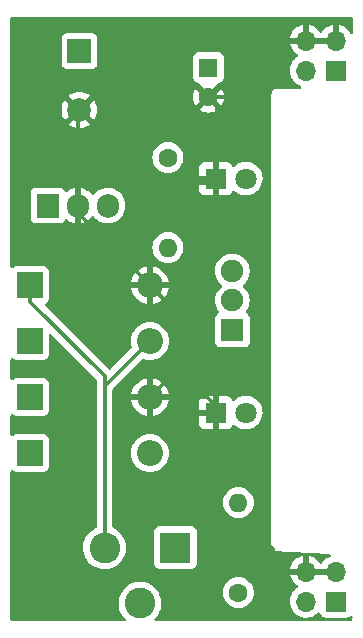
<source format=gbl>
%TF.GenerationSoftware,KiCad,Pcbnew,(6.0.7-1)-1*%
%TF.CreationDate,2022-10-15T22:10:26+02:00*%
%TF.ProjectId,BreadboardPowerSupply_v2,42726561-6462-46f6-9172-64506f776572,2*%
%TF.SameCoordinates,Original*%
%TF.FileFunction,Copper,L2,Bot*%
%TF.FilePolarity,Positive*%
%FSLAX46Y46*%
G04 Gerber Fmt 4.6, Leading zero omitted, Abs format (unit mm)*
G04 Created by KiCad (PCBNEW (6.0.7-1)-1) date 2022-10-15 22:10:26*
%MOMM*%
%LPD*%
G01*
G04 APERTURE LIST*
%TA.AperFunction,ComponentPad*%
%ADD10R,2.600000X2.600000*%
%TD*%
%TA.AperFunction,ComponentPad*%
%ADD11C,2.600000*%
%TD*%
%TA.AperFunction,ComponentPad*%
%ADD12R,1.700000X1.700000*%
%TD*%
%TA.AperFunction,ComponentPad*%
%ADD13O,1.700000X1.700000*%
%TD*%
%TA.AperFunction,ComponentPad*%
%ADD14R,1.900000X1.900000*%
%TD*%
%TA.AperFunction,ComponentPad*%
%ADD15C,1.900000*%
%TD*%
%TA.AperFunction,ComponentPad*%
%ADD16R,2.200000X2.200000*%
%TD*%
%TA.AperFunction,ComponentPad*%
%ADD17O,2.200000X2.200000*%
%TD*%
%TA.AperFunction,ComponentPad*%
%ADD18R,1.905000X2.000000*%
%TD*%
%TA.AperFunction,ComponentPad*%
%ADD19O,1.905000X2.000000*%
%TD*%
%TA.AperFunction,ComponentPad*%
%ADD20C,1.600000*%
%TD*%
%TA.AperFunction,ComponentPad*%
%ADD21O,1.600000X1.600000*%
%TD*%
%TA.AperFunction,ComponentPad*%
%ADD22R,1.600000X1.600000*%
%TD*%
%TA.AperFunction,ComponentPad*%
%ADD23R,2.000000X2.000000*%
%TD*%
%TA.AperFunction,ComponentPad*%
%ADD24C,2.000000*%
%TD*%
%TA.AperFunction,ComponentPad*%
%ADD25R,1.800000X1.800000*%
%TD*%
%TA.AperFunction,ComponentPad*%
%ADD26C,1.800000*%
%TD*%
%TA.AperFunction,Conductor*%
%ADD27C,0.300000*%
%TD*%
G04 APERTURE END LIST*
D10*
%TO.P,J1,1*%
%TO.N,/V1*%
X51435000Y-152654000D03*
D11*
%TO.P,J1,2*%
%TO.N,/V2*%
X45435000Y-152654000D03*
%TO.P,J1,3*%
%TO.N,unconnected-(J1-Pad3)*%
X48435000Y-157354000D03*
%TD*%
D12*
%TO.P,J2,1,Pin_1*%
%TO.N,/Vout2*%
X65024000Y-157226000D03*
D13*
%TO.P,J2,2,Pin_2*%
X62484000Y-157226000D03*
%TO.P,J2,3,Pin_3*%
%TO.N,/V-*%
X65024000Y-154686000D03*
%TO.P,J2,4,Pin_4*%
X62484000Y-154686000D03*
%TD*%
D14*
%TO.P,SW1,1,A*%
%TO.N,/Vout2*%
X56261000Y-134239000D03*
D15*
%TO.P,SW1,2,B*%
%TO.N,/Vout1*%
X56261000Y-131739000D03*
%TO.P,SW1,3,C*%
%TO.N,unconnected-(SW1-Pad3)*%
X56261000Y-129239000D03*
%TD*%
D12*
%TO.P,J3,1,Pin_1*%
%TO.N,/Vout2*%
X65024000Y-112268000D03*
D13*
%TO.P,J3,2,Pin_2*%
X62484000Y-112268000D03*
%TO.P,J3,3,Pin_3*%
%TO.N,/V-*%
X65024000Y-109728000D03*
%TO.P,J3,4,Pin_4*%
X62484000Y-109728000D03*
%TD*%
D16*
%TO.P,D2,1,K*%
%TO.N,/V1*%
X39116000Y-139911666D03*
D17*
%TO.P,D2,2,A*%
%TO.N,/V-*%
X49276000Y-139911666D03*
%TD*%
D18*
%TO.P,U1,1,VI*%
%TO.N,/Vin*%
X40640000Y-123698000D03*
D19*
%TO.P,U1,2,GND*%
%TO.N,/V-*%
X43180000Y-123698000D03*
%TO.P,U1,3,VO*%
%TO.N,/Vout1*%
X45720000Y-123698000D03*
%TD*%
D20*
%TO.P,R2,1*%
%TO.N,/Vout2*%
X50800000Y-119634000D03*
D21*
%TO.P,R2,2*%
%TO.N,Net-(DS6-Pad2)*%
X50800000Y-127254000D03*
%TD*%
D22*
%TO.P,C2,1*%
%TO.N,/Vout1*%
X54229000Y-112014000D03*
D20*
%TO.P,C2,2*%
%TO.N,/V-*%
X54229000Y-114514000D03*
%TD*%
D16*
%TO.P,D3,1,K*%
%TO.N,/Vin*%
X39116000Y-135170333D03*
D17*
%TO.P,D3,2,A*%
%TO.N,/V2*%
X49276000Y-135170333D03*
%TD*%
D16*
%TO.P,D4,1,K*%
%TO.N,/V2*%
X39116000Y-130429000D03*
D17*
%TO.P,D4,2,A*%
%TO.N,/V-*%
X49276000Y-130429000D03*
%TD*%
D16*
%TO.P,D1,1,K*%
%TO.N,/Vin*%
X39116000Y-144653000D03*
D17*
%TO.P,D1,2,A*%
%TO.N,/V1*%
X49276000Y-144653000D03*
%TD*%
D20*
%TO.P,R1,1*%
%TO.N,/Vout1*%
X56769000Y-156464000D03*
D21*
%TO.P,R1,2*%
%TO.N,Net-(DS5-Pad2)*%
X56769000Y-148844000D03*
%TD*%
D23*
%TO.P,C1,1*%
%TO.N,/Vin*%
X43307000Y-110617000D03*
D24*
%TO.P,C1,2*%
%TO.N,/V-*%
X43307000Y-115617000D03*
%TD*%
D25*
%TO.P,DS5,1,K*%
%TO.N,/V-*%
X54864000Y-141224000D03*
D26*
%TO.P,DS5,2,A*%
%TO.N,Net-(DS5-Pad2)*%
X57404000Y-141224000D03*
%TD*%
D25*
%TO.P,DS6,1,K*%
%TO.N,/V-*%
X54864000Y-121412000D03*
D26*
%TO.P,DS6,2,A*%
%TO.N,Net-(DS6-Pad2)*%
X57404000Y-121412000D03*
%TD*%
D27*
%TO.N,/V-*%
X59055000Y-147250000D02*
X59055000Y-152126476D01*
X49276000Y-128873366D02*
X49022000Y-128619366D01*
X50826001Y-137260999D02*
X52451000Y-135636000D01*
X54991000Y-115276000D02*
X54229000Y-114514000D01*
X43180000Y-115744000D02*
X43307000Y-115617000D01*
X54991000Y-121793000D02*
X54991000Y-115276000D01*
X49276000Y-130429000D02*
X43180000Y-124333000D01*
X49022000Y-128619366D02*
X49022000Y-125349000D01*
X49022000Y-125349000D02*
X52578000Y-121793000D01*
X49276000Y-139911666D02*
X54116666Y-139911666D01*
X54991000Y-143186000D02*
X59055000Y-147250000D01*
X54116666Y-139911666D02*
X54991000Y-140786000D01*
X49276000Y-139911666D02*
X50826001Y-138361665D01*
X62484000Y-154686000D02*
X65024000Y-154686000D01*
X60579000Y-154686000D02*
X62484000Y-154686000D01*
X54991000Y-140786000D02*
X54991000Y-141986000D01*
X59055000Y-152126476D02*
X59690000Y-152761476D01*
X49276000Y-130429000D02*
X49276000Y-128873366D01*
X59690000Y-153797000D02*
X60579000Y-154686000D01*
X54229000Y-114514000D02*
X55920000Y-114514000D01*
X62484000Y-109728000D02*
X65024000Y-109728000D01*
X55920000Y-114514000D02*
X60706000Y-109728000D01*
X43180000Y-124333000D02*
X43180000Y-123698000D01*
X52578000Y-121793000D02*
X54991000Y-121793000D01*
X43180000Y-123698000D02*
X43180000Y-115744000D01*
X52451000Y-133604000D02*
X49276000Y-130429000D01*
X60706000Y-109728000D02*
X62484000Y-109728000D01*
X50826001Y-138361665D02*
X50826001Y-137260999D01*
X52451000Y-135636000D02*
X52451000Y-133604000D01*
X59690000Y-152761476D02*
X59690000Y-153797000D01*
X54991000Y-141986000D02*
X54991000Y-143186000D01*
%TO.N,/V2*%
X39116000Y-130429000D02*
X39116000Y-131829000D01*
X45435000Y-139011333D02*
X49276000Y-135170333D01*
X45435000Y-138148000D02*
X45435000Y-139011333D01*
X45435000Y-152654000D02*
X45435000Y-139011333D01*
X39116000Y-131829000D02*
X45435000Y-138148000D01*
%TD*%
%TA.AperFunction,Conductor*%
%TO.N,/V-*%
G36*
X66377662Y-107716502D02*
G01*
X66424155Y-107770158D01*
X66435448Y-107817657D01*
X66483558Y-109068525D01*
X66466189Y-109137365D01*
X66414360Y-109185885D01*
X66344526Y-109198683D01*
X66278859Y-109171693D01*
X66242101Y-109123609D01*
X66226974Y-109088818D01*
X66222105Y-109079739D01*
X66106426Y-108900926D01*
X66100136Y-108892757D01*
X65956806Y-108735240D01*
X65949273Y-108728215D01*
X65782139Y-108596222D01*
X65773552Y-108590517D01*
X65587117Y-108487599D01*
X65577705Y-108483369D01*
X65376959Y-108412280D01*
X65366988Y-108409646D01*
X65295837Y-108396972D01*
X65282540Y-108398432D01*
X65278000Y-108412989D01*
X65278000Y-109856000D01*
X65257998Y-109924121D01*
X65204342Y-109970614D01*
X65152000Y-109982000D01*
X61167225Y-109982000D01*
X61153694Y-109985973D01*
X61152257Y-109995966D01*
X61182565Y-110130446D01*
X61185645Y-110140275D01*
X61265770Y-110337603D01*
X61270413Y-110346794D01*
X61381694Y-110528388D01*
X61387777Y-110536699D01*
X61527213Y-110697667D01*
X61534580Y-110704883D01*
X61698434Y-110840916D01*
X61706881Y-110846831D01*
X61775969Y-110887203D01*
X61824693Y-110938842D01*
X61837764Y-111008625D01*
X61811033Y-111074396D01*
X61770584Y-111107752D01*
X61757607Y-111114507D01*
X61753474Y-111117610D01*
X61753471Y-111117612D01*
X61583100Y-111245530D01*
X61578965Y-111248635D01*
X61539525Y-111289907D01*
X61485280Y-111346671D01*
X61424629Y-111410138D01*
X61298743Y-111594680D01*
X61204688Y-111797305D01*
X61144989Y-112012570D01*
X61121251Y-112234695D01*
X61134110Y-112457715D01*
X61135247Y-112462761D01*
X61135248Y-112462767D01*
X61159304Y-112569508D01*
X61183222Y-112675639D01*
X61244673Y-112826976D01*
X61260329Y-112865531D01*
X61267266Y-112882616D01*
X61269965Y-112887020D01*
X61376399Y-113060705D01*
X61383987Y-113073088D01*
X61530250Y-113241938D01*
X61702126Y-113384632D01*
X61895000Y-113497338D01*
X61899825Y-113499180D01*
X61899826Y-113499181D01*
X62027120Y-113547790D01*
X62083623Y-113590778D01*
X62107916Y-113657489D01*
X62092286Y-113726744D01*
X62041695Y-113776554D01*
X61982171Y-113791500D01*
X60079623Y-113791500D01*
X60078853Y-113791498D01*
X60078037Y-113791493D01*
X60001279Y-113791024D01*
X59978918Y-113797415D01*
X59972847Y-113799150D01*
X59956085Y-113802728D01*
X59926813Y-113806920D01*
X59918645Y-113810634D01*
X59918644Y-113810634D01*
X59903438Y-113817548D01*
X59885914Y-113823996D01*
X59861229Y-113831051D01*
X59853635Y-113835843D01*
X59853632Y-113835844D01*
X59836220Y-113846830D01*
X59821137Y-113854969D01*
X59794218Y-113867208D01*
X59787416Y-113873069D01*
X59774765Y-113883970D01*
X59759761Y-113895073D01*
X59738042Y-113908776D01*
X59732103Y-113915501D01*
X59732099Y-113915504D01*
X59718468Y-113930938D01*
X59706276Y-113942982D01*
X59690673Y-113956427D01*
X59690671Y-113956430D01*
X59683873Y-113962287D01*
X59678993Y-113969816D01*
X59678992Y-113969817D01*
X59669906Y-113983835D01*
X59658615Y-113998709D01*
X59647569Y-114011217D01*
X59641622Y-114017951D01*
X59629058Y-114044711D01*
X59620737Y-114059691D01*
X59609529Y-114076983D01*
X59609527Y-114076988D01*
X59604648Y-114084515D01*
X59602078Y-114093108D01*
X59602076Y-114093113D01*
X59597289Y-114109120D01*
X59590628Y-114126564D01*
X59579719Y-114149800D01*
X59578338Y-114158667D01*
X59578338Y-114158668D01*
X59575170Y-114179015D01*
X59571387Y-114195732D01*
X59565485Y-114215466D01*
X59565484Y-114215472D01*
X59562914Y-114224066D01*
X59562859Y-114233037D01*
X59562859Y-114233038D01*
X59562704Y-114258497D01*
X59562671Y-114259289D01*
X59562500Y-114260386D01*
X59562500Y-114291377D01*
X59562498Y-114292147D01*
X59562024Y-114369721D01*
X59562408Y-114371065D01*
X59562500Y-114372410D01*
X59562500Y-152391377D01*
X59562498Y-152392147D01*
X59562024Y-152469721D01*
X59564490Y-152478350D01*
X59564518Y-152478553D01*
X59565681Y-152496474D01*
X59563000Y-152908000D01*
X59574999Y-152908654D01*
X59575001Y-152908655D01*
X64487086Y-153176587D01*
X64554016Y-153200270D01*
X64597517Y-153256378D01*
X64603779Y-153327098D01*
X64570812Y-153389976D01*
X64519367Y-153422165D01*
X64500871Y-153428210D01*
X64491359Y-153432209D01*
X64302463Y-153530542D01*
X64293738Y-153536036D01*
X64123433Y-153663905D01*
X64115726Y-153670748D01*
X63968590Y-153824717D01*
X63962104Y-153832727D01*
X63857193Y-153986521D01*
X63802282Y-154031524D01*
X63731757Y-154039695D01*
X63668010Y-154008441D01*
X63647313Y-153983957D01*
X63566427Y-153858926D01*
X63560136Y-153850757D01*
X63416806Y-153693240D01*
X63409273Y-153686215D01*
X63242139Y-153554222D01*
X63233552Y-153548517D01*
X63047117Y-153445599D01*
X63037705Y-153441369D01*
X62836959Y-153370280D01*
X62826988Y-153367646D01*
X62755837Y-153354972D01*
X62742540Y-153356432D01*
X62738000Y-153370989D01*
X62738000Y-154413885D01*
X62742475Y-154429124D01*
X62743865Y-154430329D01*
X62751548Y-154432000D01*
X65152000Y-154432000D01*
X65220121Y-154452002D01*
X65266614Y-154505658D01*
X65278000Y-154558000D01*
X65278000Y-154814000D01*
X65257998Y-154882121D01*
X65204342Y-154928614D01*
X65152000Y-154940000D01*
X61167225Y-154940000D01*
X61153694Y-154943973D01*
X61152257Y-154953966D01*
X61182565Y-155088446D01*
X61185645Y-155098275D01*
X61265770Y-155295603D01*
X61270413Y-155304794D01*
X61381694Y-155486388D01*
X61387777Y-155494699D01*
X61527213Y-155655667D01*
X61534580Y-155662883D01*
X61698434Y-155798916D01*
X61706881Y-155804831D01*
X61775969Y-155845203D01*
X61824693Y-155896842D01*
X61837764Y-155966625D01*
X61811033Y-156032396D01*
X61770584Y-156065752D01*
X61757607Y-156072507D01*
X61753474Y-156075610D01*
X61753471Y-156075612D01*
X61583100Y-156203530D01*
X61578965Y-156206635D01*
X61539525Y-156247907D01*
X61485280Y-156304671D01*
X61424629Y-156368138D01*
X61298743Y-156552680D01*
X61251715Y-156653993D01*
X61231566Y-156697402D01*
X61204688Y-156755305D01*
X61144989Y-156970570D01*
X61121251Y-157192695D01*
X61121548Y-157197848D01*
X61121548Y-157197851D01*
X61128084Y-157311197D01*
X61134110Y-157415715D01*
X61135247Y-157420761D01*
X61135248Y-157420767D01*
X61141592Y-157448915D01*
X61183222Y-157633639D01*
X61216490Y-157715568D01*
X61264612Y-157834079D01*
X61267266Y-157840616D01*
X61383987Y-158031088D01*
X61530250Y-158199938D01*
X61702126Y-158342632D01*
X61895000Y-158455338D01*
X62103692Y-158535030D01*
X62108760Y-158536061D01*
X62108763Y-158536062D01*
X62216017Y-158557883D01*
X62322597Y-158579567D01*
X62327772Y-158579757D01*
X62327774Y-158579757D01*
X62540673Y-158587564D01*
X62540677Y-158587564D01*
X62545837Y-158587753D01*
X62550957Y-158587097D01*
X62550959Y-158587097D01*
X62762288Y-158560025D01*
X62762289Y-158560025D01*
X62767416Y-158559368D01*
X62772366Y-158557883D01*
X62976429Y-158496661D01*
X62976434Y-158496659D01*
X62981384Y-158495174D01*
X63181994Y-158396896D01*
X63363860Y-158267173D01*
X63472091Y-158159319D01*
X63534462Y-158125404D01*
X63605268Y-158130592D01*
X63662030Y-158173238D01*
X63679012Y-158204341D01*
X63684643Y-158219361D01*
X63723385Y-158322705D01*
X63810739Y-158439261D01*
X63927295Y-158526615D01*
X64063684Y-158577745D01*
X64125866Y-158584500D01*
X65922134Y-158584500D01*
X65984316Y-158577745D01*
X66120705Y-158526615D01*
X66201166Y-158466312D01*
X66229585Y-158445014D01*
X66296091Y-158420166D01*
X66365474Y-158435219D01*
X66415704Y-158485393D01*
X66431119Y-158548639D01*
X66426571Y-158753299D01*
X66405060Y-158820959D01*
X66350385Y-158866248D01*
X66300602Y-158876500D01*
X49779525Y-158876500D01*
X49711404Y-158856498D01*
X49664911Y-158802842D01*
X49654807Y-158732568D01*
X49684301Y-158667988D01*
X49698113Y-158654333D01*
X49698277Y-158654194D01*
X49706149Y-158647530D01*
X49883382Y-158445434D01*
X49949507Y-158342632D01*
X50026269Y-158223291D01*
X50028797Y-158219361D01*
X50139199Y-157974278D01*
X50176896Y-157840616D01*
X50210893Y-157720072D01*
X50210894Y-157720069D01*
X50212163Y-157715568D01*
X50230043Y-157575019D01*
X50245688Y-157452045D01*
X50245688Y-157452041D01*
X50246086Y-157448915D01*
X50248571Y-157354000D01*
X50228650Y-157085937D01*
X50202546Y-156970570D01*
X50170361Y-156828331D01*
X50170360Y-156828326D01*
X50169327Y-156823763D01*
X50071902Y-156573238D01*
X50009467Y-156464000D01*
X55455502Y-156464000D01*
X55475457Y-156692087D01*
X55476881Y-156697400D01*
X55476881Y-156697402D01*
X55498624Y-156778545D01*
X55534716Y-156913243D01*
X55537039Y-156918224D01*
X55537039Y-156918225D01*
X55629151Y-157115762D01*
X55629154Y-157115767D01*
X55631477Y-157120749D01*
X55762802Y-157308300D01*
X55924700Y-157470198D01*
X55929208Y-157473355D01*
X55929211Y-157473357D01*
X56007389Y-157528098D01*
X56112251Y-157601523D01*
X56117233Y-157603846D01*
X56117238Y-157603849D01*
X56314775Y-157695961D01*
X56319757Y-157698284D01*
X56325065Y-157699706D01*
X56325067Y-157699707D01*
X56535598Y-157756119D01*
X56535600Y-157756119D01*
X56540913Y-157757543D01*
X56769000Y-157777498D01*
X56997087Y-157757543D01*
X57002400Y-157756119D01*
X57002402Y-157756119D01*
X57212933Y-157699707D01*
X57212935Y-157699706D01*
X57218243Y-157698284D01*
X57223225Y-157695961D01*
X57420762Y-157603849D01*
X57420767Y-157603846D01*
X57425749Y-157601523D01*
X57530611Y-157528098D01*
X57608789Y-157473357D01*
X57608792Y-157473355D01*
X57613300Y-157470198D01*
X57775198Y-157308300D01*
X57906523Y-157120749D01*
X57908846Y-157115767D01*
X57908849Y-157115762D01*
X58000961Y-156918225D01*
X58000961Y-156918224D01*
X58003284Y-156913243D01*
X58039377Y-156778545D01*
X58061119Y-156697402D01*
X58061119Y-156697400D01*
X58062543Y-156692087D01*
X58082498Y-156464000D01*
X58062543Y-156235913D01*
X58036228Y-156137703D01*
X58004707Y-156020067D01*
X58004706Y-156020065D01*
X58003284Y-156014757D01*
X57980840Y-155966625D01*
X57908849Y-155812238D01*
X57908846Y-155812233D01*
X57906523Y-155807251D01*
X57811163Y-155671063D01*
X57778357Y-155624211D01*
X57778355Y-155624208D01*
X57775198Y-155619700D01*
X57613300Y-155457802D01*
X57608792Y-155454645D01*
X57608789Y-155454643D01*
X57452025Y-155344876D01*
X57425749Y-155326477D01*
X57420767Y-155324154D01*
X57420762Y-155324151D01*
X57223225Y-155232039D01*
X57223224Y-155232039D01*
X57218243Y-155229716D01*
X57212935Y-155228294D01*
X57212933Y-155228293D01*
X57002402Y-155171881D01*
X57002400Y-155171881D01*
X56997087Y-155170457D01*
X56769000Y-155150502D01*
X56540913Y-155170457D01*
X56535600Y-155171881D01*
X56535598Y-155171881D01*
X56325067Y-155228293D01*
X56325065Y-155228294D01*
X56319757Y-155229716D01*
X56314776Y-155232039D01*
X56314775Y-155232039D01*
X56117238Y-155324151D01*
X56117233Y-155324154D01*
X56112251Y-155326477D01*
X56085975Y-155344876D01*
X55929211Y-155454643D01*
X55929208Y-155454645D01*
X55924700Y-155457802D01*
X55762802Y-155619700D01*
X55759645Y-155624208D01*
X55759643Y-155624211D01*
X55726837Y-155671063D01*
X55631477Y-155807251D01*
X55629154Y-155812233D01*
X55629151Y-155812238D01*
X55557160Y-155966625D01*
X55534716Y-156014757D01*
X55533294Y-156020065D01*
X55533293Y-156020067D01*
X55501772Y-156137703D01*
X55475457Y-156235913D01*
X55455502Y-156464000D01*
X50009467Y-156464000D01*
X49938518Y-156339864D01*
X49772105Y-156128769D01*
X49576317Y-155944591D01*
X49385532Y-155812238D01*
X49359299Y-155794039D01*
X49359296Y-155794037D01*
X49355457Y-155791374D01*
X49351264Y-155789306D01*
X49118564Y-155674551D01*
X49118561Y-155674550D01*
X49114376Y-155672486D01*
X49084377Y-155662883D01*
X49012621Y-155639914D01*
X48858370Y-155590538D01*
X48853763Y-155589788D01*
X48853760Y-155589787D01*
X48597674Y-155548081D01*
X48597675Y-155548081D01*
X48593063Y-155547330D01*
X48462719Y-155545624D01*
X48328961Y-155543873D01*
X48328958Y-155543873D01*
X48324284Y-155543812D01*
X48057937Y-155580060D01*
X47799874Y-155655278D01*
X47795621Y-155657238D01*
X47795620Y-155657239D01*
X47765634Y-155671063D01*
X47555763Y-155767815D01*
X47551854Y-155770378D01*
X47334881Y-155912631D01*
X47334876Y-155912635D01*
X47330968Y-155915197D01*
X47313519Y-155930771D01*
X47140315Y-156085362D01*
X47130426Y-156094188D01*
X47101228Y-156129295D01*
X46987795Y-156265684D01*
X46958544Y-156300854D01*
X46819096Y-156530656D01*
X46817287Y-156534970D01*
X46817285Y-156534974D01*
X46807892Y-156557375D01*
X46715148Y-156778545D01*
X46648981Y-157039077D01*
X46622050Y-157306526D01*
X46622274Y-157311192D01*
X46622274Y-157311197D01*
X46628738Y-157445758D01*
X46634947Y-157575019D01*
X46687388Y-157838656D01*
X46778220Y-158091646D01*
X46780432Y-158095762D01*
X46780433Y-158095765D01*
X46814583Y-158159320D01*
X46905450Y-158328431D01*
X46908241Y-158332168D01*
X46908245Y-158332175D01*
X46992820Y-158445434D01*
X47066281Y-158543810D01*
X47184518Y-158661019D01*
X47218812Y-158723179D01*
X47214057Y-158794017D01*
X47171759Y-158851038D01*
X47105347Y-158876139D01*
X47095810Y-158876500D01*
X37591500Y-158876500D01*
X37523379Y-158856498D01*
X37476886Y-158802842D01*
X37465500Y-158750500D01*
X37465500Y-146227824D01*
X37485502Y-146159703D01*
X37539158Y-146113210D01*
X37609432Y-146103106D01*
X37667065Y-146126998D01*
X37749341Y-146188660D01*
X37769295Y-146203615D01*
X37905684Y-146254745D01*
X37967866Y-146261500D01*
X40264134Y-146261500D01*
X40326316Y-146254745D01*
X40462705Y-146203615D01*
X40579261Y-146116261D01*
X40666615Y-145999705D01*
X40717745Y-145863316D01*
X40724500Y-145801134D01*
X40724500Y-143504866D01*
X40717745Y-143442684D01*
X40666615Y-143306295D01*
X40579261Y-143189739D01*
X40462705Y-143102385D01*
X40326316Y-143051255D01*
X40264134Y-143044500D01*
X37967866Y-143044500D01*
X37905684Y-143051255D01*
X37769295Y-143102385D01*
X37762110Y-143107770D01*
X37762108Y-143107771D01*
X37667065Y-143179002D01*
X37600558Y-143203850D01*
X37531176Y-143188797D01*
X37480946Y-143138623D01*
X37465500Y-143078176D01*
X37465500Y-141486490D01*
X37485502Y-141418369D01*
X37539158Y-141371876D01*
X37609432Y-141361772D01*
X37667065Y-141385664D01*
X37744636Y-141443800D01*
X37769295Y-141462281D01*
X37905684Y-141513411D01*
X37967866Y-141520166D01*
X40264134Y-141520166D01*
X40326316Y-141513411D01*
X40462705Y-141462281D01*
X40579261Y-141374927D01*
X40666615Y-141258371D01*
X40717745Y-141121982D01*
X40724500Y-141059800D01*
X40724500Y-138763532D01*
X40717745Y-138701350D01*
X40666615Y-138564961D01*
X40579261Y-138448405D01*
X40462705Y-138361051D01*
X40326316Y-138309921D01*
X40264134Y-138303166D01*
X37967866Y-138303166D01*
X37905684Y-138309921D01*
X37769295Y-138361051D01*
X37762110Y-138366436D01*
X37762108Y-138366437D01*
X37667065Y-138437668D01*
X37600558Y-138462516D01*
X37531176Y-138447463D01*
X37480946Y-138397289D01*
X37465500Y-138336842D01*
X37465500Y-136745157D01*
X37485502Y-136677036D01*
X37539158Y-136630543D01*
X37609432Y-136620439D01*
X37667065Y-136644331D01*
X37749341Y-136705993D01*
X37769295Y-136720948D01*
X37905684Y-136772078D01*
X37967866Y-136778833D01*
X40264134Y-136778833D01*
X40326316Y-136772078D01*
X40462705Y-136720948D01*
X40579261Y-136633594D01*
X40666615Y-136517038D01*
X40717745Y-136380649D01*
X40724500Y-136318467D01*
X40724500Y-134672950D01*
X40744502Y-134604829D01*
X40798158Y-134558336D01*
X40868432Y-134548232D01*
X40933012Y-134577726D01*
X40939595Y-134583855D01*
X44739595Y-138383855D01*
X44773621Y-138446167D01*
X44776500Y-138472950D01*
X44776500Y-138949592D01*
X44774949Y-138969302D01*
X44771594Y-138990485D01*
X44772340Y-138998376D01*
X44775941Y-139036471D01*
X44776500Y-139048329D01*
X44776500Y-150885396D01*
X44756498Y-150953517D01*
X44703251Y-150999822D01*
X44555763Y-151067815D01*
X44551854Y-151070378D01*
X44334881Y-151212631D01*
X44334876Y-151212635D01*
X44330968Y-151215197D01*
X44130426Y-151394188D01*
X43958544Y-151600854D01*
X43819096Y-151830656D01*
X43817287Y-151834970D01*
X43817285Y-151834974D01*
X43760404Y-151970622D01*
X43715148Y-152078545D01*
X43648981Y-152339077D01*
X43622050Y-152606526D01*
X43634947Y-152875019D01*
X43687388Y-153138656D01*
X43778220Y-153391646D01*
X43780432Y-153395762D01*
X43780433Y-153395765D01*
X43797868Y-153428212D01*
X43905450Y-153628431D01*
X43908241Y-153632168D01*
X43908245Y-153632175D01*
X43948599Y-153686215D01*
X44066281Y-153843810D01*
X44069590Y-153847090D01*
X44069595Y-153847096D01*
X44232355Y-154008441D01*
X44257180Y-154033050D01*
X44260942Y-154035808D01*
X44260945Y-154035811D01*
X44309912Y-154071715D01*
X44473954Y-154191995D01*
X44478089Y-154194171D01*
X44478093Y-154194173D01*
X44707698Y-154314975D01*
X44711840Y-154317154D01*
X44965613Y-154405775D01*
X44970206Y-154406647D01*
X45225109Y-154455042D01*
X45225112Y-154455042D01*
X45229698Y-154455913D01*
X45357370Y-154460929D01*
X45493625Y-154466283D01*
X45493630Y-154466283D01*
X45498293Y-154466466D01*
X45602607Y-154455042D01*
X45760844Y-154437713D01*
X45760850Y-154437712D01*
X45765497Y-154437203D01*
X45770021Y-154436012D01*
X46020918Y-154369956D01*
X46020920Y-154369955D01*
X46025441Y-154368765D01*
X46132795Y-154322642D01*
X46268120Y-154264502D01*
X46268122Y-154264501D01*
X46272414Y-154262657D01*
X46395898Y-154186243D01*
X46497017Y-154123669D01*
X46497021Y-154123666D01*
X46500990Y-154121210D01*
X46641648Y-154002134D01*
X49626500Y-154002134D01*
X49633255Y-154064316D01*
X49684385Y-154200705D01*
X49771739Y-154317261D01*
X49888295Y-154404615D01*
X50024684Y-154455745D01*
X50086866Y-154462500D01*
X52783134Y-154462500D01*
X52845316Y-154455745D01*
X52940177Y-154420183D01*
X61148389Y-154420183D01*
X61149912Y-154428607D01*
X61162292Y-154432000D01*
X62211885Y-154432000D01*
X62227124Y-154427525D01*
X62228329Y-154426135D01*
X62230000Y-154418452D01*
X62230000Y-153369102D01*
X62226082Y-153355758D01*
X62211806Y-153353771D01*
X62173324Y-153359660D01*
X62163288Y-153362051D01*
X61960868Y-153428212D01*
X61951359Y-153432209D01*
X61762463Y-153530542D01*
X61753738Y-153536036D01*
X61583433Y-153663905D01*
X61575726Y-153670748D01*
X61428590Y-153824717D01*
X61422104Y-153832727D01*
X61302098Y-154008649D01*
X61297000Y-154017623D01*
X61207338Y-154210783D01*
X61203775Y-154220470D01*
X61148389Y-154420183D01*
X52940177Y-154420183D01*
X52981705Y-154404615D01*
X53098261Y-154317261D01*
X53185615Y-154200705D01*
X53236745Y-154064316D01*
X53243500Y-154002134D01*
X53243500Y-151305866D01*
X53236745Y-151243684D01*
X53185615Y-151107295D01*
X53098261Y-150990739D01*
X52981705Y-150903385D01*
X52845316Y-150852255D01*
X52783134Y-150845500D01*
X50086866Y-150845500D01*
X50024684Y-150852255D01*
X49888295Y-150903385D01*
X49771739Y-150990739D01*
X49684385Y-151107295D01*
X49633255Y-151243684D01*
X49626500Y-151305866D01*
X49626500Y-154002134D01*
X46641648Y-154002134D01*
X46706149Y-153947530D01*
X46883382Y-153745434D01*
X46916955Y-153693240D01*
X47026269Y-153523291D01*
X47028797Y-153519361D01*
X47139199Y-153274278D01*
X47147834Y-153243662D01*
X47210893Y-153020072D01*
X47210894Y-153020069D01*
X47212163Y-153015568D01*
X47230043Y-152875019D01*
X47245688Y-152752045D01*
X47245688Y-152752041D01*
X47246086Y-152748915D01*
X47248571Y-152654000D01*
X47234876Y-152469721D01*
X47228996Y-152390592D01*
X47228996Y-152390591D01*
X47228650Y-152385937D01*
X47216056Y-152330279D01*
X47170361Y-152128331D01*
X47170360Y-152128326D01*
X47169327Y-152123763D01*
X47071902Y-151873238D01*
X46938518Y-151639864D01*
X46772105Y-151428769D01*
X46576317Y-151244591D01*
X46378407Y-151107295D01*
X46359299Y-151094039D01*
X46359296Y-151094037D01*
X46355457Y-151091374D01*
X46163771Y-150996845D01*
X46111523Y-150948776D01*
X46093500Y-150883839D01*
X46093500Y-148844000D01*
X55455502Y-148844000D01*
X55475457Y-149072087D01*
X55534716Y-149293243D01*
X55537039Y-149298224D01*
X55537039Y-149298225D01*
X55629151Y-149495762D01*
X55629154Y-149495767D01*
X55631477Y-149500749D01*
X55762802Y-149688300D01*
X55924700Y-149850198D01*
X55929208Y-149853355D01*
X55929211Y-149853357D01*
X56007389Y-149908098D01*
X56112251Y-149981523D01*
X56117233Y-149983846D01*
X56117238Y-149983849D01*
X56314775Y-150075961D01*
X56319757Y-150078284D01*
X56325065Y-150079706D01*
X56325067Y-150079707D01*
X56535598Y-150136119D01*
X56535600Y-150136119D01*
X56540913Y-150137543D01*
X56769000Y-150157498D01*
X56997087Y-150137543D01*
X57002400Y-150136119D01*
X57002402Y-150136119D01*
X57212933Y-150079707D01*
X57212935Y-150079706D01*
X57218243Y-150078284D01*
X57223225Y-150075961D01*
X57420762Y-149983849D01*
X57420767Y-149983846D01*
X57425749Y-149981523D01*
X57530611Y-149908098D01*
X57608789Y-149853357D01*
X57608792Y-149853355D01*
X57613300Y-149850198D01*
X57775198Y-149688300D01*
X57906523Y-149500749D01*
X57908846Y-149495767D01*
X57908849Y-149495762D01*
X58000961Y-149298225D01*
X58000961Y-149298224D01*
X58003284Y-149293243D01*
X58062543Y-149072087D01*
X58082498Y-148844000D01*
X58062543Y-148615913D01*
X58003284Y-148394757D01*
X58000961Y-148389775D01*
X57908849Y-148192238D01*
X57908846Y-148192233D01*
X57906523Y-148187251D01*
X57775198Y-147999700D01*
X57613300Y-147837802D01*
X57608792Y-147834645D01*
X57608789Y-147834643D01*
X57530611Y-147779902D01*
X57425749Y-147706477D01*
X57420767Y-147704154D01*
X57420762Y-147704151D01*
X57223225Y-147612039D01*
X57223224Y-147612039D01*
X57218243Y-147609716D01*
X57212935Y-147608294D01*
X57212933Y-147608293D01*
X57002402Y-147551881D01*
X57002400Y-147551881D01*
X56997087Y-147550457D01*
X56769000Y-147530502D01*
X56540913Y-147550457D01*
X56535600Y-147551881D01*
X56535598Y-147551881D01*
X56325067Y-147608293D01*
X56325065Y-147608294D01*
X56319757Y-147609716D01*
X56314776Y-147612039D01*
X56314775Y-147612039D01*
X56117238Y-147704151D01*
X56117233Y-147704154D01*
X56112251Y-147706477D01*
X56007389Y-147779902D01*
X55929211Y-147834643D01*
X55929208Y-147834645D01*
X55924700Y-147837802D01*
X55762802Y-147999700D01*
X55631477Y-148187251D01*
X55629154Y-148192233D01*
X55629151Y-148192238D01*
X55537039Y-148389775D01*
X55534716Y-148394757D01*
X55475457Y-148615913D01*
X55455502Y-148844000D01*
X46093500Y-148844000D01*
X46093500Y-144653000D01*
X47662526Y-144653000D01*
X47682391Y-144905403D01*
X47741495Y-145151591D01*
X47838384Y-145385502D01*
X47970672Y-145601376D01*
X48135102Y-145793898D01*
X48327624Y-145958328D01*
X48543498Y-146090616D01*
X48548068Y-146092509D01*
X48548072Y-146092511D01*
X48772836Y-146185611D01*
X48777409Y-146187505D01*
X48844513Y-146203615D01*
X49018784Y-146245454D01*
X49018790Y-146245455D01*
X49023597Y-146246609D01*
X49276000Y-146266474D01*
X49528403Y-146246609D01*
X49533210Y-146245455D01*
X49533216Y-146245454D01*
X49707487Y-146203615D01*
X49774591Y-146187505D01*
X49779164Y-146185611D01*
X50003928Y-146092511D01*
X50003932Y-146092509D01*
X50008502Y-146090616D01*
X50224376Y-145958328D01*
X50416898Y-145793898D01*
X50581328Y-145601376D01*
X50713616Y-145385502D01*
X50810505Y-145151591D01*
X50869609Y-144905403D01*
X50889474Y-144653000D01*
X50869609Y-144400597D01*
X50810505Y-144154409D01*
X50713616Y-143920498D01*
X50581328Y-143704624D01*
X50416898Y-143512102D01*
X50224376Y-143347672D01*
X50008502Y-143215384D01*
X50003932Y-143213491D01*
X50003928Y-143213489D01*
X49779164Y-143120389D01*
X49779162Y-143120388D01*
X49774591Y-143118495D01*
X49689968Y-143098179D01*
X49533216Y-143060546D01*
X49533210Y-143060545D01*
X49528403Y-143059391D01*
X49276000Y-143039526D01*
X49023597Y-143059391D01*
X49018790Y-143060545D01*
X49018784Y-143060546D01*
X48862032Y-143098179D01*
X48777409Y-143118495D01*
X48772838Y-143120388D01*
X48772836Y-143120389D01*
X48548072Y-143213489D01*
X48548068Y-143213491D01*
X48543498Y-143215384D01*
X48327624Y-143347672D01*
X48135102Y-143512102D01*
X47970672Y-143704624D01*
X47838384Y-143920498D01*
X47741495Y-144154409D01*
X47682391Y-144400597D01*
X47662526Y-144653000D01*
X46093500Y-144653000D01*
X46093500Y-142168669D01*
X53456001Y-142168669D01*
X53456371Y-142175490D01*
X53461895Y-142226352D01*
X53465521Y-142241604D01*
X53510676Y-142362054D01*
X53519214Y-142377649D01*
X53595715Y-142479724D01*
X53608276Y-142492285D01*
X53710351Y-142568786D01*
X53725946Y-142577324D01*
X53846394Y-142622478D01*
X53861649Y-142626105D01*
X53912514Y-142631631D01*
X53919328Y-142632000D01*
X54591885Y-142632000D01*
X54607124Y-142627525D01*
X54608329Y-142626135D01*
X54610000Y-142618452D01*
X54610000Y-142613884D01*
X55118000Y-142613884D01*
X55122475Y-142629123D01*
X55123865Y-142630328D01*
X55131548Y-142631999D01*
X55808669Y-142631999D01*
X55815490Y-142631629D01*
X55866352Y-142626105D01*
X55881604Y-142622479D01*
X56002054Y-142577324D01*
X56017649Y-142568786D01*
X56119724Y-142492285D01*
X56132285Y-142479724D01*
X56208786Y-142377649D01*
X56217324Y-142362054D01*
X56238773Y-142304840D01*
X56281415Y-142248075D01*
X56347977Y-142223376D01*
X56417325Y-142238584D01*
X56437240Y-142252126D01*
X56593349Y-142381730D01*
X56793322Y-142498584D01*
X57009694Y-142581209D01*
X57014760Y-142582240D01*
X57014761Y-142582240D01*
X57067846Y-142593040D01*
X57236656Y-142627385D01*
X57367324Y-142632176D01*
X57462949Y-142635683D01*
X57462953Y-142635683D01*
X57468113Y-142635872D01*
X57473233Y-142635216D01*
X57473235Y-142635216D01*
X57572668Y-142622478D01*
X57697847Y-142606442D01*
X57702795Y-142604957D01*
X57702802Y-142604956D01*
X57914747Y-142541369D01*
X57919690Y-142539886D01*
X58000236Y-142500427D01*
X58123049Y-142440262D01*
X58123052Y-142440260D01*
X58127684Y-142437991D01*
X58316243Y-142303494D01*
X58480303Y-142140005D01*
X58615458Y-141951917D01*
X58718078Y-141744280D01*
X58785408Y-141522671D01*
X58815640Y-141293041D01*
X58817327Y-141224000D01*
X58804107Y-141063197D01*
X58798773Y-140998318D01*
X58798772Y-140998312D01*
X58798349Y-140993167D01*
X58741925Y-140768533D01*
X58727771Y-140735981D01*
X58651630Y-140560868D01*
X58651628Y-140560865D01*
X58649570Y-140556131D01*
X58523764Y-140361665D01*
X58367887Y-140190358D01*
X58363836Y-140187159D01*
X58363832Y-140187155D01*
X58190177Y-140050011D01*
X58190172Y-140050008D01*
X58186123Y-140046810D01*
X58181607Y-140044317D01*
X58181604Y-140044315D01*
X57987879Y-139937373D01*
X57987875Y-139937371D01*
X57983355Y-139934876D01*
X57978486Y-139933152D01*
X57978482Y-139933150D01*
X57769903Y-139859288D01*
X57769899Y-139859287D01*
X57765028Y-139857562D01*
X57759935Y-139856655D01*
X57759932Y-139856654D01*
X57542095Y-139817851D01*
X57542089Y-139817850D01*
X57537006Y-139816945D01*
X57459644Y-139816000D01*
X57310581Y-139814179D01*
X57310579Y-139814179D01*
X57305411Y-139814116D01*
X57076464Y-139849150D01*
X56856314Y-139921106D01*
X56851726Y-139923494D01*
X56851722Y-139923496D01*
X56655461Y-140025663D01*
X56650872Y-140028052D01*
X56646739Y-140031155D01*
X56646736Y-140031157D01*
X56469790Y-140164012D01*
X56465655Y-140167117D01*
X56450209Y-140183281D01*
X56447787Y-140185815D01*
X56386263Y-140221245D01*
X56315351Y-140217788D01*
X56257564Y-140176543D01*
X56238711Y-140142994D01*
X56217324Y-140085946D01*
X56208786Y-140070351D01*
X56132285Y-139968276D01*
X56119724Y-139955715D01*
X56017649Y-139879214D01*
X56002054Y-139870676D01*
X55881606Y-139825522D01*
X55866351Y-139821895D01*
X55815486Y-139816369D01*
X55808672Y-139816000D01*
X55136115Y-139816000D01*
X55120876Y-139820475D01*
X55119671Y-139821865D01*
X55118000Y-139829548D01*
X55118000Y-142613884D01*
X54610000Y-142613884D01*
X54610000Y-141496115D01*
X54605525Y-141480876D01*
X54604135Y-141479671D01*
X54596452Y-141478000D01*
X53474116Y-141478000D01*
X53458877Y-141482475D01*
X53457672Y-141483865D01*
X53456001Y-141491548D01*
X53456001Y-142168669D01*
X46093500Y-142168669D01*
X46093500Y-140179097D01*
X47686512Y-140179097D01*
X47740817Y-140405290D01*
X47743866Y-140414675D01*
X47836936Y-140639366D01*
X47841417Y-140648160D01*
X47968496Y-140855533D01*
X47974289Y-140863506D01*
X48132249Y-141048453D01*
X48139213Y-141055417D01*
X48324160Y-141213377D01*
X48332133Y-141219170D01*
X48539506Y-141346249D01*
X48548300Y-141350730D01*
X48772991Y-141443800D01*
X48782376Y-141446849D01*
X49004385Y-141500149D01*
X49018470Y-141499444D01*
X49022000Y-141490565D01*
X49022000Y-141486263D01*
X49530000Y-141486263D01*
X49533973Y-141499794D01*
X49543431Y-141501154D01*
X49769624Y-141446849D01*
X49779009Y-141443800D01*
X50003700Y-141350730D01*
X50012494Y-141346249D01*
X50219867Y-141219170D01*
X50227840Y-141213377D01*
X50412787Y-141055417D01*
X50419751Y-141048453D01*
X50502228Y-140951885D01*
X53456000Y-140951885D01*
X53460475Y-140967124D01*
X53461865Y-140968329D01*
X53469548Y-140970000D01*
X54591885Y-140970000D01*
X54607124Y-140965525D01*
X54608329Y-140964135D01*
X54610000Y-140956452D01*
X54610000Y-139834116D01*
X54605525Y-139818877D01*
X54604135Y-139817672D01*
X54596452Y-139816001D01*
X53919331Y-139816001D01*
X53912510Y-139816371D01*
X53861648Y-139821895D01*
X53846396Y-139825521D01*
X53725946Y-139870676D01*
X53710351Y-139879214D01*
X53608276Y-139955715D01*
X53595715Y-139968276D01*
X53519214Y-140070351D01*
X53510676Y-140085946D01*
X53465522Y-140206394D01*
X53461895Y-140221649D01*
X53456369Y-140272514D01*
X53456000Y-140279328D01*
X53456000Y-140951885D01*
X50502228Y-140951885D01*
X50577711Y-140863506D01*
X50583504Y-140855533D01*
X50710583Y-140648160D01*
X50715064Y-140639366D01*
X50808134Y-140414675D01*
X50811183Y-140405290D01*
X50864483Y-140183281D01*
X50863778Y-140169196D01*
X50854899Y-140165666D01*
X49548115Y-140165666D01*
X49532876Y-140170141D01*
X49531671Y-140171531D01*
X49530000Y-140179214D01*
X49530000Y-141486263D01*
X49022000Y-141486263D01*
X49022000Y-140183781D01*
X49017525Y-140168542D01*
X49016135Y-140167337D01*
X49008452Y-140165666D01*
X47701403Y-140165666D01*
X47687872Y-140169639D01*
X47686512Y-140179097D01*
X46093500Y-140179097D01*
X46093500Y-139640051D01*
X47687517Y-139640051D01*
X47688222Y-139654136D01*
X47697101Y-139657666D01*
X49003885Y-139657666D01*
X49019124Y-139653191D01*
X49020329Y-139651801D01*
X49022000Y-139644118D01*
X49022000Y-139639551D01*
X49530000Y-139639551D01*
X49534475Y-139654790D01*
X49535865Y-139655995D01*
X49543548Y-139657666D01*
X50850597Y-139657666D01*
X50864128Y-139653693D01*
X50865488Y-139644235D01*
X50811183Y-139418042D01*
X50808134Y-139408657D01*
X50715064Y-139183966D01*
X50710583Y-139175172D01*
X50583504Y-138967799D01*
X50577711Y-138959826D01*
X50419751Y-138774879D01*
X50412787Y-138767915D01*
X50227840Y-138609955D01*
X50219867Y-138604162D01*
X50012494Y-138477083D01*
X50003700Y-138472602D01*
X49779009Y-138379532D01*
X49769624Y-138376483D01*
X49547615Y-138323183D01*
X49533530Y-138323888D01*
X49530000Y-138332767D01*
X49530000Y-139639551D01*
X49022000Y-139639551D01*
X49022000Y-138337069D01*
X49018027Y-138323538D01*
X49008569Y-138322178D01*
X48782376Y-138376483D01*
X48772991Y-138379532D01*
X48548300Y-138472602D01*
X48539506Y-138477083D01*
X48332133Y-138604162D01*
X48324160Y-138609955D01*
X48139213Y-138767915D01*
X48132249Y-138774879D01*
X47974289Y-138959826D01*
X47968496Y-138967799D01*
X47841417Y-139175172D01*
X47836936Y-139183966D01*
X47743866Y-139408657D01*
X47740817Y-139418042D01*
X47687517Y-139640051D01*
X46093500Y-139640051D01*
X46093500Y-139336283D01*
X46113502Y-139268162D01*
X46130405Y-139247188D01*
X48644129Y-136733463D01*
X48706441Y-136699438D01*
X48772157Y-136702724D01*
X48772845Y-136702948D01*
X48777409Y-136704838D01*
X48782213Y-136705991D01*
X48782215Y-136705992D01*
X49018784Y-136762787D01*
X49018790Y-136762788D01*
X49023597Y-136763942D01*
X49276000Y-136783807D01*
X49528403Y-136763942D01*
X49533210Y-136762788D01*
X49533216Y-136762787D01*
X49707487Y-136720948D01*
X49774591Y-136704838D01*
X49787628Y-136699438D01*
X50003928Y-136609844D01*
X50003932Y-136609842D01*
X50008502Y-136607949D01*
X50224376Y-136475661D01*
X50416898Y-136311231D01*
X50581328Y-136118709D01*
X50713616Y-135902835D01*
X50779853Y-135742926D01*
X50808611Y-135673497D01*
X50808612Y-135673495D01*
X50810505Y-135668924D01*
X50840237Y-135545081D01*
X50868454Y-135427549D01*
X50868455Y-135427543D01*
X50869609Y-135422736D01*
X50889474Y-135170333D01*
X50869609Y-134917930D01*
X50810505Y-134671742D01*
X50774101Y-134583855D01*
X50715511Y-134442405D01*
X50715509Y-134442401D01*
X50713616Y-134437831D01*
X50581328Y-134221957D01*
X50416898Y-134029435D01*
X50224376Y-133865005D01*
X50008502Y-133732717D01*
X50003932Y-133730824D01*
X50003928Y-133730822D01*
X49779164Y-133637722D01*
X49779162Y-133637721D01*
X49774591Y-133635828D01*
X49689968Y-133615512D01*
X49533216Y-133577879D01*
X49533210Y-133577878D01*
X49528403Y-133576724D01*
X49276000Y-133556859D01*
X49023597Y-133576724D01*
X49018790Y-133577878D01*
X49018784Y-133577879D01*
X48862032Y-133615512D01*
X48777409Y-133635828D01*
X48772838Y-133637721D01*
X48772836Y-133637722D01*
X48548072Y-133730822D01*
X48548068Y-133730824D01*
X48543498Y-133732717D01*
X48327624Y-133865005D01*
X48135102Y-134029435D01*
X47970672Y-134221957D01*
X47838384Y-134437831D01*
X47836491Y-134442401D01*
X47836489Y-134442405D01*
X47777899Y-134583855D01*
X47741495Y-134671742D01*
X47682391Y-134917930D01*
X47662526Y-135170333D01*
X47682391Y-135422736D01*
X47683545Y-135427543D01*
X47683546Y-135427549D01*
X47735215Y-135642767D01*
X47741495Y-135668924D01*
X47743385Y-135673488D01*
X47743609Y-135674176D01*
X47745635Y-135745143D01*
X47712870Y-135802204D01*
X45955762Y-137559312D01*
X45893450Y-137593338D01*
X45822635Y-137588273D01*
X45777572Y-137559312D01*
X40408466Y-132190206D01*
X40374440Y-132127894D01*
X40379505Y-132057079D01*
X40422052Y-132000243D01*
X40453331Y-131983129D01*
X40462705Y-131979615D01*
X40579261Y-131892261D01*
X40666615Y-131775705D01*
X40717745Y-131639316D01*
X40724500Y-131577134D01*
X40724500Y-130696431D01*
X47686512Y-130696431D01*
X47740817Y-130922624D01*
X47743866Y-130932009D01*
X47836936Y-131156700D01*
X47841417Y-131165494D01*
X47968496Y-131372867D01*
X47974289Y-131380840D01*
X48132249Y-131565787D01*
X48139213Y-131572751D01*
X48324160Y-131730711D01*
X48332133Y-131736504D01*
X48539506Y-131863583D01*
X48548300Y-131868064D01*
X48772991Y-131961134D01*
X48782376Y-131964183D01*
X49004385Y-132017483D01*
X49018470Y-132016778D01*
X49022000Y-132007899D01*
X49022000Y-132003597D01*
X49530000Y-132003597D01*
X49533973Y-132017128D01*
X49543431Y-132018488D01*
X49769624Y-131964183D01*
X49779009Y-131961134D01*
X50003700Y-131868064D01*
X50012494Y-131863583D01*
X50219867Y-131736504D01*
X50227840Y-131730711D01*
X50260000Y-131703244D01*
X54797938Y-131703244D01*
X54811744Y-131942680D01*
X54812879Y-131947717D01*
X54812880Y-131947723D01*
X54847053Y-132099359D01*
X54864470Y-132176646D01*
X54954702Y-132398859D01*
X55080014Y-132603351D01*
X55111671Y-132639896D01*
X55141152Y-132704481D01*
X55131037Y-132774753D01*
X55084535Y-132828401D01*
X55076942Y-132832911D01*
X55072697Y-132835235D01*
X55064295Y-132838385D01*
X54947739Y-132925739D01*
X54860385Y-133042295D01*
X54809255Y-133178684D01*
X54802500Y-133240866D01*
X54802500Y-135237134D01*
X54809255Y-135299316D01*
X54860385Y-135435705D01*
X54947739Y-135552261D01*
X55064295Y-135639615D01*
X55200684Y-135690745D01*
X55262866Y-135697500D01*
X57259134Y-135697500D01*
X57321316Y-135690745D01*
X57457705Y-135639615D01*
X57574261Y-135552261D01*
X57661615Y-135435705D01*
X57712745Y-135299316D01*
X57719500Y-135237134D01*
X57719500Y-133240866D01*
X57712745Y-133178684D01*
X57661615Y-133042295D01*
X57574261Y-132925739D01*
X57457705Y-132838385D01*
X57449303Y-132835235D01*
X57445089Y-132832928D01*
X57394943Y-132782670D01*
X57379930Y-132713279D01*
X57403276Y-132648883D01*
X57512445Y-132496958D01*
X57515463Y-132492758D01*
X57564240Y-132394067D01*
X57619433Y-132282392D01*
X57619434Y-132282390D01*
X57621727Y-132277750D01*
X57691447Y-132048274D01*
X57722752Y-131810492D01*
X57722834Y-131807142D01*
X57724417Y-131742365D01*
X57724417Y-131742361D01*
X57724499Y-131739000D01*
X57716303Y-131639316D01*
X57705271Y-131505124D01*
X57705270Y-131505118D01*
X57704847Y-131499973D01*
X57646420Y-131267364D01*
X57644364Y-131262634D01*
X57644361Y-131262627D01*
X57552847Y-131052159D01*
X57552845Y-131052156D01*
X57550787Y-131047422D01*
X57533574Y-131020814D01*
X57423325Y-130850396D01*
X57423323Y-130850393D01*
X57420515Y-130846053D01*
X57391580Y-130814253D01*
X57262582Y-130672487D01*
X57262580Y-130672486D01*
X57259104Y-130668665D01*
X57255053Y-130665466D01*
X57255049Y-130665462D01*
X57157946Y-130588775D01*
X57116883Y-130530858D01*
X57113651Y-130459935D01*
X57149276Y-130398523D01*
X57162869Y-130387314D01*
X57201424Y-130359813D01*
X57205627Y-130356815D01*
X57375511Y-130187523D01*
X57385711Y-130173329D01*
X57512445Y-129996958D01*
X57515463Y-129992758D01*
X57548462Y-129925991D01*
X57619433Y-129782392D01*
X57619434Y-129782390D01*
X57621727Y-129777750D01*
X57691447Y-129548274D01*
X57722752Y-129310492D01*
X57723369Y-129285249D01*
X57724417Y-129242365D01*
X57724417Y-129242361D01*
X57724499Y-129239000D01*
X57718001Y-129159970D01*
X57705271Y-129005124D01*
X57705270Y-129005118D01*
X57704847Y-128999973D01*
X57662160Y-128830029D01*
X57647679Y-128772375D01*
X57647678Y-128772371D01*
X57646420Y-128767364D01*
X57644364Y-128762634D01*
X57644361Y-128762627D01*
X57552847Y-128552159D01*
X57552845Y-128552156D01*
X57550787Y-128547422D01*
X57533574Y-128520814D01*
X57423325Y-128350396D01*
X57423323Y-128350393D01*
X57420515Y-128346053D01*
X57391580Y-128314253D01*
X57262582Y-128172487D01*
X57262580Y-128172486D01*
X57259104Y-128168665D01*
X57255053Y-128165466D01*
X57255049Y-128165462D01*
X57074946Y-128023226D01*
X57070888Y-128020021D01*
X56860922Y-127904113D01*
X56738458Y-127860746D01*
X56639720Y-127825781D01*
X56639716Y-127825780D01*
X56634845Y-127824055D01*
X56629752Y-127823148D01*
X56629749Y-127823147D01*
X56403816Y-127782902D01*
X56403810Y-127782901D01*
X56398727Y-127781996D01*
X56311460Y-127780930D01*
X56164081Y-127779129D01*
X56164079Y-127779129D01*
X56158911Y-127779066D01*
X55921837Y-127815343D01*
X55693871Y-127889854D01*
X55481136Y-128000597D01*
X55477003Y-128003700D01*
X55477000Y-128003702D01*
X55293480Y-128141493D01*
X55289345Y-128144598D01*
X55123648Y-128317990D01*
X55120734Y-128322262D01*
X55120733Y-128322263D01*
X55029301Y-128456298D01*
X54988495Y-128516117D01*
X54887516Y-128733656D01*
X54823424Y-128964768D01*
X54797938Y-129203244D01*
X54798235Y-129208396D01*
X54798235Y-129208400D01*
X54798828Y-129218684D01*
X54811744Y-129442680D01*
X54864470Y-129676646D01*
X54954702Y-129898859D01*
X55080014Y-130103351D01*
X55237043Y-130284630D01*
X55360727Y-130387314D01*
X55366807Y-130392362D01*
X55406442Y-130451264D01*
X55407940Y-130522245D01*
X55370825Y-130582768D01*
X55361978Y-130590063D01*
X55289345Y-130644598D01*
X55123648Y-130817990D01*
X54988495Y-131016117D01*
X54887516Y-131233656D01*
X54823424Y-131464768D01*
X54797938Y-131703244D01*
X50260000Y-131703244D01*
X50412787Y-131572751D01*
X50419751Y-131565787D01*
X50577711Y-131380840D01*
X50583504Y-131372867D01*
X50710583Y-131165494D01*
X50715064Y-131156700D01*
X50808134Y-130932009D01*
X50811183Y-130922624D01*
X50864483Y-130700615D01*
X50863778Y-130686530D01*
X50854899Y-130683000D01*
X49548115Y-130683000D01*
X49532876Y-130687475D01*
X49531671Y-130688865D01*
X49530000Y-130696548D01*
X49530000Y-132003597D01*
X49022000Y-132003597D01*
X49022000Y-130701115D01*
X49017525Y-130685876D01*
X49016135Y-130684671D01*
X49008452Y-130683000D01*
X47701403Y-130683000D01*
X47687872Y-130686973D01*
X47686512Y-130696431D01*
X40724500Y-130696431D01*
X40724500Y-130157385D01*
X47687517Y-130157385D01*
X47688222Y-130171470D01*
X47697101Y-130175000D01*
X49003885Y-130175000D01*
X49019124Y-130170525D01*
X49020329Y-130169135D01*
X49022000Y-130161452D01*
X49022000Y-130156885D01*
X49530000Y-130156885D01*
X49534475Y-130172124D01*
X49535865Y-130173329D01*
X49543548Y-130175000D01*
X50850597Y-130175000D01*
X50864128Y-130171027D01*
X50865488Y-130161569D01*
X50811183Y-129935376D01*
X50808134Y-129925991D01*
X50715064Y-129701300D01*
X50710583Y-129692506D01*
X50583504Y-129485133D01*
X50577711Y-129477160D01*
X50419751Y-129292213D01*
X50412787Y-129285249D01*
X50227840Y-129127289D01*
X50219867Y-129121496D01*
X50012494Y-128994417D01*
X50003700Y-128989936D01*
X49779009Y-128896866D01*
X49769624Y-128893817D01*
X49547615Y-128840517D01*
X49533530Y-128841222D01*
X49530000Y-128850101D01*
X49530000Y-130156885D01*
X49022000Y-130156885D01*
X49022000Y-128854403D01*
X49018027Y-128840872D01*
X49008569Y-128839512D01*
X48782376Y-128893817D01*
X48772991Y-128896866D01*
X48548300Y-128989936D01*
X48539506Y-128994417D01*
X48332133Y-129121496D01*
X48324160Y-129127289D01*
X48139213Y-129285249D01*
X48132249Y-129292213D01*
X47974289Y-129477160D01*
X47968496Y-129485133D01*
X47841417Y-129692506D01*
X47836936Y-129701300D01*
X47743866Y-129925991D01*
X47740817Y-129935376D01*
X47687517Y-130157385D01*
X40724500Y-130157385D01*
X40724500Y-129280866D01*
X40717745Y-129218684D01*
X40666615Y-129082295D01*
X40579261Y-128965739D01*
X40462705Y-128878385D01*
X40326316Y-128827255D01*
X40264134Y-128820500D01*
X37967866Y-128820500D01*
X37905684Y-128827255D01*
X37769295Y-128878385D01*
X37762110Y-128883770D01*
X37762108Y-128883771D01*
X37667065Y-128955002D01*
X37600558Y-128979850D01*
X37531176Y-128964797D01*
X37480946Y-128914623D01*
X37465500Y-128854176D01*
X37465500Y-127254000D01*
X49486502Y-127254000D01*
X49506457Y-127482087D01*
X49565716Y-127703243D01*
X49568039Y-127708224D01*
X49568039Y-127708225D01*
X49660151Y-127905762D01*
X49660154Y-127905767D01*
X49662477Y-127910749D01*
X49793802Y-128098300D01*
X49955700Y-128260198D01*
X49960208Y-128263355D01*
X49960211Y-128263357D01*
X50032898Y-128314253D01*
X50143251Y-128391523D01*
X50148233Y-128393846D01*
X50148238Y-128393849D01*
X50345775Y-128485961D01*
X50350757Y-128488284D01*
X50356065Y-128489706D01*
X50356067Y-128489707D01*
X50566598Y-128546119D01*
X50566600Y-128546119D01*
X50571913Y-128547543D01*
X50800000Y-128567498D01*
X51028087Y-128547543D01*
X51033400Y-128546119D01*
X51033402Y-128546119D01*
X51243933Y-128489707D01*
X51243935Y-128489706D01*
X51249243Y-128488284D01*
X51254225Y-128485961D01*
X51451762Y-128393849D01*
X51451767Y-128393846D01*
X51456749Y-128391523D01*
X51567102Y-128314253D01*
X51639789Y-128263357D01*
X51639792Y-128263355D01*
X51644300Y-128260198D01*
X51806198Y-128098300D01*
X51937523Y-127910749D01*
X51939846Y-127905767D01*
X51939849Y-127905762D01*
X52031961Y-127708225D01*
X52031961Y-127708224D01*
X52034284Y-127703243D01*
X52093543Y-127482087D01*
X52113498Y-127254000D01*
X52093543Y-127025913D01*
X52034284Y-126804757D01*
X52031961Y-126799775D01*
X51939849Y-126602238D01*
X51939846Y-126602233D01*
X51937523Y-126597251D01*
X51806198Y-126409700D01*
X51644300Y-126247802D01*
X51639792Y-126244645D01*
X51639789Y-126244643D01*
X51561611Y-126189902D01*
X51456749Y-126116477D01*
X51451767Y-126114154D01*
X51451762Y-126114151D01*
X51254225Y-126022039D01*
X51254224Y-126022039D01*
X51249243Y-126019716D01*
X51243935Y-126018294D01*
X51243933Y-126018293D01*
X51033402Y-125961881D01*
X51033400Y-125961881D01*
X51028087Y-125960457D01*
X50800000Y-125940502D01*
X50571913Y-125960457D01*
X50566600Y-125961881D01*
X50566598Y-125961881D01*
X50356067Y-126018293D01*
X50356065Y-126018294D01*
X50350757Y-126019716D01*
X50345776Y-126022039D01*
X50345775Y-126022039D01*
X50148238Y-126114151D01*
X50148233Y-126114154D01*
X50143251Y-126116477D01*
X50038389Y-126189902D01*
X49960211Y-126244643D01*
X49960208Y-126244645D01*
X49955700Y-126247802D01*
X49793802Y-126409700D01*
X49662477Y-126597251D01*
X49660154Y-126602233D01*
X49660151Y-126602238D01*
X49568039Y-126799775D01*
X49565716Y-126804757D01*
X49506457Y-127025913D01*
X49486502Y-127254000D01*
X37465500Y-127254000D01*
X37465500Y-124746134D01*
X39179000Y-124746134D01*
X39185755Y-124808316D01*
X39236885Y-124944705D01*
X39324239Y-125061261D01*
X39440795Y-125148615D01*
X39577184Y-125199745D01*
X39639366Y-125206500D01*
X41640634Y-125206500D01*
X41702816Y-125199745D01*
X41839205Y-125148615D01*
X41955761Y-125061261D01*
X42043115Y-124944705D01*
X42050758Y-124924317D01*
X42093401Y-124867553D01*
X42159962Y-124842854D01*
X42229311Y-124858062D01*
X42246832Y-124869666D01*
X42364944Y-124962945D01*
X42373531Y-124968650D01*
X42574722Y-125079714D01*
X42584134Y-125083944D01*
X42800768Y-125160659D01*
X42810739Y-125163293D01*
X42908163Y-125180647D01*
X42921460Y-125179187D01*
X42925543Y-125166096D01*
X43434000Y-125166096D01*
X43437918Y-125179440D01*
X43452194Y-125181427D01*
X43514515Y-125171890D01*
X43524543Y-125169501D01*
X43742988Y-125098102D01*
X43752497Y-125094105D01*
X43956344Y-124987989D01*
X43965069Y-124982495D01*
X44148852Y-124844507D01*
X44156559Y-124837664D01*
X44315339Y-124671509D01*
X44321823Y-124663502D01*
X44344237Y-124630644D01*
X44399148Y-124585641D01*
X44469672Y-124577468D01*
X44533420Y-124608722D01*
X44554116Y-124633204D01*
X44558498Y-124639977D01*
X44720186Y-124817670D01*
X44771331Y-124858062D01*
X44904670Y-124963367D01*
X44904675Y-124963370D01*
X44908724Y-124966568D01*
X44913240Y-124969061D01*
X44913243Y-124969063D01*
X45114526Y-125080177D01*
X45114530Y-125080179D01*
X45119050Y-125082674D01*
X45123919Y-125084398D01*
X45123923Y-125084400D01*
X45340640Y-125161144D01*
X45340644Y-125161145D01*
X45345515Y-125162870D01*
X45350608Y-125163777D01*
X45350611Y-125163778D01*
X45576948Y-125204095D01*
X45576954Y-125204096D01*
X45582037Y-125205001D01*
X45669400Y-125206068D01*
X45817093Y-125207873D01*
X45817095Y-125207873D01*
X45822263Y-125207936D01*
X46059744Y-125171596D01*
X46171997Y-125134906D01*
X46283183Y-125098566D01*
X46283189Y-125098563D01*
X46288101Y-125096958D01*
X46292687Y-125094571D01*
X46292691Y-125094569D01*
X46496607Y-124988416D01*
X46501200Y-124986025D01*
X46583387Y-124924317D01*
X46689185Y-124844882D01*
X46689188Y-124844880D01*
X46693320Y-124841777D01*
X46859301Y-124668088D01*
X46994686Y-124469622D01*
X47009243Y-124438263D01*
X47093658Y-124256405D01*
X47093659Y-124256401D01*
X47095837Y-124251710D01*
X47160040Y-124020202D01*
X47181000Y-123824072D01*
X47181000Y-123589598D01*
X47179548Y-123571928D01*
X47166746Y-123416224D01*
X47166322Y-123411063D01*
X47107794Y-123178056D01*
X47011997Y-122957737D01*
X46921809Y-122818328D01*
X46884310Y-122760363D01*
X46884308Y-122760360D01*
X46881502Y-122756023D01*
X46719814Y-122578330D01*
X46642983Y-122517653D01*
X46535330Y-122432633D01*
X46535325Y-122432630D01*
X46531276Y-122429432D01*
X46526760Y-122426939D01*
X46526757Y-122426937D01*
X46399467Y-122356669D01*
X53456001Y-122356669D01*
X53456371Y-122363490D01*
X53461895Y-122414352D01*
X53465521Y-122429604D01*
X53510676Y-122550054D01*
X53519214Y-122565649D01*
X53595715Y-122667724D01*
X53608276Y-122680285D01*
X53710351Y-122756786D01*
X53725946Y-122765324D01*
X53846394Y-122810478D01*
X53861649Y-122814105D01*
X53912514Y-122819631D01*
X53919328Y-122820000D01*
X54591885Y-122820000D01*
X54607124Y-122815525D01*
X54608329Y-122814135D01*
X54610000Y-122806452D01*
X54610000Y-122801884D01*
X55118000Y-122801884D01*
X55122475Y-122817123D01*
X55123865Y-122818328D01*
X55131548Y-122819999D01*
X55808669Y-122819999D01*
X55815490Y-122819629D01*
X55866352Y-122814105D01*
X55881604Y-122810479D01*
X56002054Y-122765324D01*
X56017649Y-122756786D01*
X56119724Y-122680285D01*
X56132285Y-122667724D01*
X56208786Y-122565649D01*
X56217324Y-122550054D01*
X56238773Y-122492840D01*
X56281415Y-122436075D01*
X56347977Y-122411376D01*
X56417325Y-122426584D01*
X56437240Y-122440126D01*
X56493320Y-122486684D01*
X56593349Y-122569730D01*
X56793322Y-122686584D01*
X57009694Y-122769209D01*
X57014760Y-122770240D01*
X57014761Y-122770240D01*
X57067846Y-122781040D01*
X57236656Y-122815385D01*
X57367324Y-122820176D01*
X57462949Y-122823683D01*
X57462953Y-122823683D01*
X57468113Y-122823872D01*
X57473233Y-122823216D01*
X57473235Y-122823216D01*
X57572668Y-122810478D01*
X57697847Y-122794442D01*
X57702795Y-122792957D01*
X57702802Y-122792956D01*
X57914747Y-122729369D01*
X57919690Y-122727886D01*
X58000236Y-122688427D01*
X58123049Y-122628262D01*
X58123052Y-122628260D01*
X58127684Y-122625991D01*
X58316243Y-122491494D01*
X58480303Y-122328005D01*
X58615458Y-122139917D01*
X58718078Y-121932280D01*
X58785408Y-121710671D01*
X58815640Y-121481041D01*
X58817327Y-121412000D01*
X58811032Y-121335434D01*
X58798773Y-121186318D01*
X58798772Y-121186312D01*
X58798349Y-121181167D01*
X58741925Y-120956533D01*
X58739866Y-120951797D01*
X58651630Y-120748868D01*
X58651628Y-120748865D01*
X58649570Y-120744131D01*
X58523764Y-120549665D01*
X58367887Y-120378358D01*
X58363836Y-120375159D01*
X58363832Y-120375155D01*
X58190177Y-120238011D01*
X58190172Y-120238008D01*
X58186123Y-120234810D01*
X58181607Y-120232317D01*
X58181604Y-120232315D01*
X57987879Y-120125373D01*
X57987875Y-120125371D01*
X57983355Y-120122876D01*
X57978486Y-120121152D01*
X57978482Y-120121150D01*
X57769903Y-120047288D01*
X57769899Y-120047287D01*
X57765028Y-120045562D01*
X57759935Y-120044655D01*
X57759932Y-120044654D01*
X57542095Y-120005851D01*
X57542089Y-120005850D01*
X57537006Y-120004945D01*
X57459644Y-120004000D01*
X57310581Y-120002179D01*
X57310579Y-120002179D01*
X57305411Y-120002116D01*
X57076464Y-120037150D01*
X56856314Y-120109106D01*
X56851726Y-120111494D01*
X56851722Y-120111496D01*
X56655461Y-120213663D01*
X56650872Y-120216052D01*
X56646739Y-120219155D01*
X56646736Y-120219157D01*
X56469790Y-120352012D01*
X56465655Y-120355117D01*
X56462083Y-120358855D01*
X56447787Y-120373815D01*
X56386263Y-120409245D01*
X56315351Y-120405788D01*
X56257564Y-120364543D01*
X56238711Y-120330994D01*
X56217324Y-120273946D01*
X56208786Y-120258351D01*
X56132285Y-120156276D01*
X56119724Y-120143715D01*
X56017649Y-120067214D01*
X56002054Y-120058676D01*
X55881606Y-120013522D01*
X55866351Y-120009895D01*
X55815486Y-120004369D01*
X55808672Y-120004000D01*
X55136115Y-120004000D01*
X55120876Y-120008475D01*
X55119671Y-120009865D01*
X55118000Y-120017548D01*
X55118000Y-122801884D01*
X54610000Y-122801884D01*
X54610000Y-121684115D01*
X54605525Y-121668876D01*
X54604135Y-121667671D01*
X54596452Y-121666000D01*
X53474116Y-121666000D01*
X53458877Y-121670475D01*
X53457672Y-121671865D01*
X53456001Y-121679548D01*
X53456001Y-122356669D01*
X46399467Y-122356669D01*
X46325474Y-122315823D01*
X46325470Y-122315821D01*
X46320950Y-122313326D01*
X46316081Y-122311602D01*
X46316077Y-122311600D01*
X46099360Y-122234856D01*
X46099356Y-122234855D01*
X46094485Y-122233130D01*
X46089392Y-122232223D01*
X46089389Y-122232222D01*
X45863052Y-122191905D01*
X45863046Y-122191904D01*
X45857963Y-122190999D01*
X45765474Y-122189869D01*
X45622907Y-122188127D01*
X45622905Y-122188127D01*
X45617737Y-122188064D01*
X45380256Y-122224404D01*
X45268003Y-122261094D01*
X45156817Y-122297434D01*
X45156811Y-122297437D01*
X45151899Y-122299042D01*
X45147313Y-122301429D01*
X45147309Y-122301431D01*
X45041199Y-122356669D01*
X44938800Y-122409975D01*
X44923072Y-122421784D01*
X44752233Y-122550054D01*
X44746680Y-122554223D01*
X44580699Y-122727912D01*
X44555160Y-122765351D01*
X44500249Y-122810352D01*
X44429725Y-122818523D01*
X44365978Y-122787269D01*
X44345284Y-122762790D01*
X44343915Y-122760674D01*
X44337622Y-122752502D01*
X44182950Y-122582520D01*
X44175417Y-122575494D01*
X43995056Y-122433055D01*
X43986469Y-122427350D01*
X43785278Y-122316286D01*
X43775866Y-122312056D01*
X43559232Y-122235341D01*
X43549261Y-122232707D01*
X43451837Y-122215353D01*
X43438540Y-122216813D01*
X43434000Y-122231370D01*
X43434000Y-125166096D01*
X42925543Y-125166096D01*
X42926000Y-125164630D01*
X42926000Y-122229904D01*
X42922082Y-122216560D01*
X42907806Y-122214573D01*
X42845485Y-122224110D01*
X42835457Y-122226499D01*
X42617012Y-122297898D01*
X42607503Y-122301895D01*
X42403656Y-122408011D01*
X42394939Y-122413500D01*
X42243901Y-122526902D01*
X42177416Y-122551807D01*
X42108020Y-122536814D01*
X42057747Y-122486684D01*
X42050268Y-122470375D01*
X42043115Y-122451295D01*
X41955761Y-122334739D01*
X41839205Y-122247385D01*
X41702816Y-122196255D01*
X41640634Y-122189500D01*
X39639366Y-122189500D01*
X39577184Y-122196255D01*
X39440795Y-122247385D01*
X39324239Y-122334739D01*
X39236885Y-122451295D01*
X39185755Y-122587684D01*
X39179000Y-122649866D01*
X39179000Y-124746134D01*
X37465500Y-124746134D01*
X37465500Y-121139885D01*
X53456000Y-121139885D01*
X53460475Y-121155124D01*
X53461865Y-121156329D01*
X53469548Y-121158000D01*
X54591885Y-121158000D01*
X54607124Y-121153525D01*
X54608329Y-121152135D01*
X54610000Y-121144452D01*
X54610000Y-120022116D01*
X54605525Y-120006877D01*
X54604135Y-120005672D01*
X54596452Y-120004001D01*
X53919331Y-120004001D01*
X53912510Y-120004371D01*
X53861648Y-120009895D01*
X53846396Y-120013521D01*
X53725946Y-120058676D01*
X53710351Y-120067214D01*
X53608276Y-120143715D01*
X53595715Y-120156276D01*
X53519214Y-120258351D01*
X53510676Y-120273946D01*
X53465522Y-120394394D01*
X53461895Y-120409649D01*
X53456369Y-120460514D01*
X53456000Y-120467328D01*
X53456000Y-121139885D01*
X37465500Y-121139885D01*
X37465500Y-119634000D01*
X49486502Y-119634000D01*
X49506457Y-119862087D01*
X49507881Y-119867400D01*
X49507881Y-119867402D01*
X49545254Y-120006877D01*
X49565716Y-120083243D01*
X49568039Y-120088224D01*
X49568039Y-120088225D01*
X49660151Y-120285762D01*
X49660154Y-120285767D01*
X49662477Y-120290749D01*
X49793802Y-120478300D01*
X49955700Y-120640198D01*
X49960208Y-120643355D01*
X49960211Y-120643357D01*
X50038389Y-120698098D01*
X50143251Y-120771523D01*
X50148233Y-120773846D01*
X50148238Y-120773849D01*
X50345775Y-120865961D01*
X50350757Y-120868284D01*
X50356065Y-120869706D01*
X50356067Y-120869707D01*
X50566598Y-120926119D01*
X50566600Y-120926119D01*
X50571913Y-120927543D01*
X50800000Y-120947498D01*
X51028087Y-120927543D01*
X51033400Y-120926119D01*
X51033402Y-120926119D01*
X51243933Y-120869707D01*
X51243935Y-120869706D01*
X51249243Y-120868284D01*
X51254225Y-120865961D01*
X51451762Y-120773849D01*
X51451767Y-120773846D01*
X51456749Y-120771523D01*
X51561611Y-120698098D01*
X51639789Y-120643357D01*
X51639792Y-120643355D01*
X51644300Y-120640198D01*
X51806198Y-120478300D01*
X51937523Y-120290749D01*
X51939846Y-120285767D01*
X51939849Y-120285762D01*
X52031961Y-120088225D01*
X52031961Y-120088224D01*
X52034284Y-120083243D01*
X52054747Y-120006877D01*
X52092119Y-119867402D01*
X52092119Y-119867400D01*
X52093543Y-119862087D01*
X52113498Y-119634000D01*
X52093543Y-119405913D01*
X52034284Y-119184757D01*
X52031961Y-119179775D01*
X51939849Y-118982238D01*
X51939846Y-118982233D01*
X51937523Y-118977251D01*
X51806198Y-118789700D01*
X51644300Y-118627802D01*
X51639792Y-118624645D01*
X51639789Y-118624643D01*
X51561611Y-118569902D01*
X51456749Y-118496477D01*
X51451767Y-118494154D01*
X51451762Y-118494151D01*
X51254225Y-118402039D01*
X51254224Y-118402039D01*
X51249243Y-118399716D01*
X51243935Y-118398294D01*
X51243933Y-118398293D01*
X51033402Y-118341881D01*
X51033400Y-118341881D01*
X51028087Y-118340457D01*
X50800000Y-118320502D01*
X50571913Y-118340457D01*
X50566600Y-118341881D01*
X50566598Y-118341881D01*
X50356067Y-118398293D01*
X50356065Y-118398294D01*
X50350757Y-118399716D01*
X50345776Y-118402039D01*
X50345775Y-118402039D01*
X50148238Y-118494151D01*
X50148233Y-118494154D01*
X50143251Y-118496477D01*
X50038389Y-118569902D01*
X49960211Y-118624643D01*
X49960208Y-118624645D01*
X49955700Y-118627802D01*
X49793802Y-118789700D01*
X49662477Y-118977251D01*
X49660154Y-118982233D01*
X49660151Y-118982238D01*
X49568039Y-119179775D01*
X49565716Y-119184757D01*
X49506457Y-119405913D01*
X49486502Y-119634000D01*
X37465500Y-119634000D01*
X37465500Y-116849670D01*
X42439160Y-116849670D01*
X42444887Y-116857320D01*
X42616042Y-116962205D01*
X42624837Y-116966687D01*
X42834988Y-117053734D01*
X42844373Y-117056783D01*
X43065554Y-117109885D01*
X43075301Y-117111428D01*
X43302070Y-117129275D01*
X43311930Y-117129275D01*
X43538699Y-117111428D01*
X43548446Y-117109885D01*
X43769627Y-117056783D01*
X43779012Y-117053734D01*
X43989163Y-116966687D01*
X43997958Y-116962205D01*
X44165445Y-116859568D01*
X44174907Y-116849110D01*
X44171124Y-116840334D01*
X43319812Y-115989022D01*
X43305868Y-115981408D01*
X43304035Y-115981539D01*
X43297420Y-115985790D01*
X42445920Y-116837290D01*
X42439160Y-116849670D01*
X37465500Y-116849670D01*
X37465500Y-115621930D01*
X41794725Y-115621930D01*
X41812572Y-115848699D01*
X41814115Y-115858446D01*
X41867217Y-116079627D01*
X41870266Y-116089012D01*
X41957313Y-116299163D01*
X41961795Y-116307958D01*
X42064432Y-116475445D01*
X42074890Y-116484907D01*
X42083666Y-116481124D01*
X42934978Y-115629812D01*
X42941356Y-115618132D01*
X43671408Y-115618132D01*
X43671539Y-115619965D01*
X43675790Y-115626580D01*
X44527290Y-116478080D01*
X44539670Y-116484840D01*
X44547320Y-116479113D01*
X44652205Y-116307958D01*
X44656687Y-116299163D01*
X44743734Y-116089012D01*
X44746783Y-116079627D01*
X44799885Y-115858446D01*
X44801428Y-115848699D01*
X44819275Y-115621930D01*
X44819275Y-115612070D01*
X44818330Y-115600062D01*
X53507493Y-115600062D01*
X53516789Y-115612077D01*
X53567994Y-115647931D01*
X53577489Y-115653414D01*
X53774947Y-115745490D01*
X53785239Y-115749236D01*
X53995688Y-115805625D01*
X54006481Y-115807528D01*
X54223525Y-115826517D01*
X54234475Y-115826517D01*
X54451519Y-115807528D01*
X54462312Y-115805625D01*
X54672761Y-115749236D01*
X54683053Y-115745490D01*
X54880511Y-115653414D01*
X54890006Y-115647931D01*
X54942048Y-115611491D01*
X54950424Y-115601012D01*
X54943356Y-115587566D01*
X54241812Y-114886022D01*
X54227868Y-114878408D01*
X54226035Y-114878539D01*
X54219420Y-114882790D01*
X53513923Y-115588287D01*
X53507493Y-115600062D01*
X44818330Y-115600062D01*
X44801428Y-115385301D01*
X44799885Y-115375554D01*
X44746783Y-115154373D01*
X44743734Y-115144988D01*
X44656687Y-114934837D01*
X44652205Y-114926042D01*
X44549568Y-114758555D01*
X44539110Y-114749093D01*
X44530334Y-114752876D01*
X43679022Y-115604188D01*
X43671408Y-115618132D01*
X42941356Y-115618132D01*
X42942592Y-115615868D01*
X42942461Y-115614035D01*
X42938210Y-115607420D01*
X42086710Y-114755920D01*
X42074330Y-114749160D01*
X42066680Y-114754887D01*
X41961795Y-114926042D01*
X41957313Y-114934837D01*
X41870266Y-115144988D01*
X41867217Y-115154373D01*
X41814115Y-115375554D01*
X41812572Y-115385301D01*
X41794725Y-115612070D01*
X41794725Y-115621930D01*
X37465500Y-115621930D01*
X37465500Y-114384890D01*
X42439093Y-114384890D01*
X42442876Y-114393666D01*
X43294188Y-115244978D01*
X43308132Y-115252592D01*
X43309965Y-115252461D01*
X43316580Y-115248210D01*
X44045315Y-114519475D01*
X52916483Y-114519475D01*
X52935472Y-114736519D01*
X52937375Y-114747312D01*
X52993764Y-114957761D01*
X52997510Y-114968053D01*
X53089586Y-115165511D01*
X53095069Y-115175006D01*
X53131509Y-115227048D01*
X53141988Y-115235424D01*
X53155434Y-115228356D01*
X53856978Y-114526812D01*
X53863356Y-114515132D01*
X54593408Y-114515132D01*
X54593539Y-114516965D01*
X54597790Y-114523580D01*
X55303287Y-115229077D01*
X55315062Y-115235507D01*
X55327077Y-115226211D01*
X55362931Y-115175006D01*
X55368414Y-115165511D01*
X55460490Y-114968053D01*
X55464236Y-114957761D01*
X55520625Y-114747312D01*
X55522528Y-114736519D01*
X55541517Y-114519475D01*
X55541517Y-114508525D01*
X55522528Y-114291481D01*
X55520625Y-114280688D01*
X55464236Y-114070239D01*
X55460490Y-114059947D01*
X55368414Y-113862489D01*
X55362931Y-113852994D01*
X55326491Y-113800952D01*
X55316012Y-113792576D01*
X55302566Y-113799644D01*
X54601022Y-114501188D01*
X54593408Y-114515132D01*
X53863356Y-114515132D01*
X53864592Y-114512868D01*
X53864461Y-114511035D01*
X53860210Y-114504420D01*
X53154713Y-113798923D01*
X53142938Y-113792493D01*
X53130923Y-113801789D01*
X53095069Y-113852994D01*
X53089586Y-113862489D01*
X52997510Y-114059947D01*
X52993764Y-114070239D01*
X52937375Y-114280688D01*
X52935472Y-114291481D01*
X52916483Y-114508525D01*
X52916483Y-114519475D01*
X44045315Y-114519475D01*
X44168080Y-114396710D01*
X44174840Y-114384330D01*
X44169113Y-114376680D01*
X43997958Y-114271795D01*
X43989163Y-114267313D01*
X43779012Y-114180266D01*
X43769627Y-114177217D01*
X43548446Y-114124115D01*
X43538699Y-114122572D01*
X43311930Y-114104725D01*
X43302070Y-114104725D01*
X43075301Y-114122572D01*
X43065554Y-114124115D01*
X42844373Y-114177217D01*
X42834988Y-114180266D01*
X42624837Y-114267313D01*
X42616042Y-114271795D01*
X42448555Y-114374432D01*
X42439093Y-114384890D01*
X37465500Y-114384890D01*
X37465500Y-112862134D01*
X52920500Y-112862134D01*
X52927255Y-112924316D01*
X52978385Y-113060705D01*
X53065739Y-113177261D01*
X53182295Y-113264615D01*
X53318684Y-113315745D01*
X53362252Y-113320478D01*
X53377486Y-113322133D01*
X53377489Y-113322133D01*
X53380866Y-113322500D01*
X53384185Y-113322500D01*
X53451110Y-113346153D01*
X53486804Y-113392156D01*
X53488734Y-113391141D01*
X53494442Y-113402000D01*
X53494632Y-113402245D01*
X53494653Y-113402403D01*
X53514644Y-113440434D01*
X54216188Y-114141978D01*
X54230132Y-114149592D01*
X54231965Y-114149461D01*
X54238580Y-114145210D01*
X54944077Y-113439713D01*
X54966871Y-113397971D01*
X54969047Y-113387971D01*
X55019253Y-113337773D01*
X55072814Y-113322549D01*
X55073719Y-113322500D01*
X55077134Y-113322500D01*
X55080530Y-113322131D01*
X55080532Y-113322131D01*
X55092879Y-113320790D01*
X55139316Y-113315745D01*
X55275705Y-113264615D01*
X55392261Y-113177261D01*
X55479615Y-113060705D01*
X55530745Y-112924316D01*
X55537500Y-112862134D01*
X55537500Y-111165866D01*
X55530745Y-111103684D01*
X55479615Y-110967295D01*
X55392261Y-110850739D01*
X55275705Y-110763385D01*
X55139316Y-110712255D01*
X55077134Y-110705500D01*
X53380866Y-110705500D01*
X53318684Y-110712255D01*
X53182295Y-110763385D01*
X53065739Y-110850739D01*
X52978385Y-110967295D01*
X52927255Y-111103684D01*
X52920500Y-111165866D01*
X52920500Y-112862134D01*
X37465500Y-112862134D01*
X37465500Y-111665134D01*
X41798500Y-111665134D01*
X41805255Y-111727316D01*
X41856385Y-111863705D01*
X41943739Y-111980261D01*
X42060295Y-112067615D01*
X42196684Y-112118745D01*
X42258866Y-112125500D01*
X44355134Y-112125500D01*
X44417316Y-112118745D01*
X44553705Y-112067615D01*
X44670261Y-111980261D01*
X44757615Y-111863705D01*
X44808745Y-111727316D01*
X44815500Y-111665134D01*
X44815500Y-109568866D01*
X44808745Y-109506684D01*
X44792062Y-109462183D01*
X61148389Y-109462183D01*
X61149912Y-109470607D01*
X61162292Y-109474000D01*
X62211885Y-109474000D01*
X62227124Y-109469525D01*
X62228329Y-109468135D01*
X62230000Y-109460452D01*
X62230000Y-109455885D01*
X62738000Y-109455885D01*
X62742475Y-109471124D01*
X62743865Y-109472329D01*
X62751548Y-109474000D01*
X64751885Y-109474000D01*
X64767124Y-109469525D01*
X64768329Y-109468135D01*
X64770000Y-109460452D01*
X64770000Y-108411102D01*
X64766082Y-108397758D01*
X64751806Y-108395771D01*
X64713324Y-108401660D01*
X64703288Y-108404051D01*
X64500868Y-108470212D01*
X64491359Y-108474209D01*
X64302463Y-108572542D01*
X64293738Y-108578036D01*
X64123433Y-108705905D01*
X64115726Y-108712748D01*
X63968590Y-108866717D01*
X63962104Y-108874727D01*
X63857193Y-109028521D01*
X63802282Y-109073524D01*
X63731757Y-109081695D01*
X63668010Y-109050441D01*
X63647313Y-109025957D01*
X63566427Y-108900926D01*
X63560136Y-108892757D01*
X63416806Y-108735240D01*
X63409273Y-108728215D01*
X63242139Y-108596222D01*
X63233552Y-108590517D01*
X63047117Y-108487599D01*
X63037705Y-108483369D01*
X62836959Y-108412280D01*
X62826988Y-108409646D01*
X62755837Y-108396972D01*
X62742540Y-108398432D01*
X62738000Y-108412989D01*
X62738000Y-109455885D01*
X62230000Y-109455885D01*
X62230000Y-108411102D01*
X62226082Y-108397758D01*
X62211806Y-108395771D01*
X62173324Y-108401660D01*
X62163288Y-108404051D01*
X61960868Y-108470212D01*
X61951359Y-108474209D01*
X61762463Y-108572542D01*
X61753738Y-108578036D01*
X61583433Y-108705905D01*
X61575726Y-108712748D01*
X61428590Y-108866717D01*
X61422104Y-108874727D01*
X61302098Y-109050649D01*
X61297000Y-109059623D01*
X61207338Y-109252783D01*
X61203775Y-109262470D01*
X61148389Y-109462183D01*
X44792062Y-109462183D01*
X44757615Y-109370295D01*
X44670261Y-109253739D01*
X44553705Y-109166385D01*
X44417316Y-109115255D01*
X44355134Y-109108500D01*
X42258866Y-109108500D01*
X42196684Y-109115255D01*
X42060295Y-109166385D01*
X41943739Y-109253739D01*
X41856385Y-109370295D01*
X41805255Y-109506684D01*
X41798500Y-109568866D01*
X41798500Y-111665134D01*
X37465500Y-111665134D01*
X37465500Y-107822500D01*
X37485502Y-107754379D01*
X37539158Y-107707886D01*
X37591500Y-107696500D01*
X66309541Y-107696500D01*
X66377662Y-107716502D01*
G37*
%TD.AperFunction*%
%TD*%
M02*

</source>
